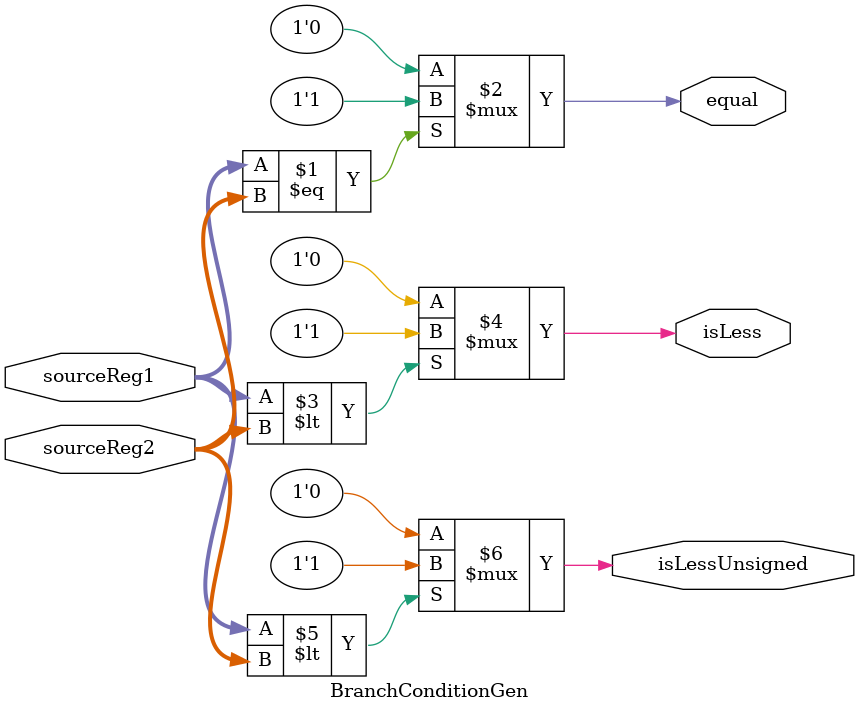
<source format=sv>
`timescale 1ns / 1ps


module BranchConditionGen(
    // Inputs
    input [31:0] sourceReg1,
    input [31:0] sourceReg2,

    // Outputs
    output equal,
    output isLess,
    output isLessUnsigned 
    );

    // Flag equal out as high if reg1 is equal to reg2
    assign equal = (sourceReg1 == sourceReg2) ? 1'b1 : 1'b0;

    // Flag isLess is comparison is valid 
    // Note: Numbers are interpreted as unsigned by default
    assign isLess = ($signed(sourceReg1) < $signed(sourceReg2)) ? 1'b1 : 1'b0;
    
    // Flag isLessUnsigned if comparison is true
    assign isLessUnsigned = (sourceReg1 < sourceReg2) ? 1'b1 : 1'b0;
endmodule

</source>
